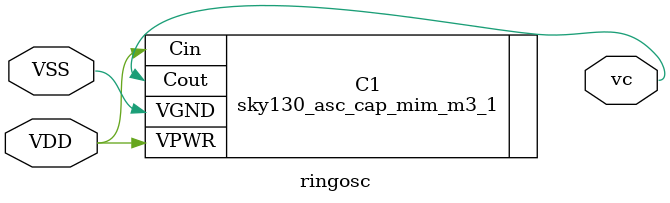
<source format=v>
/*
###############################################################
#  Generated by:      Cadence Innovus 20.13-s083_1
#  OS:                Linux x86_64(Host ID rice-503-20-north)
#  Generated on:      Fri May 20 16:54:02 2022
#  Design:            ringosc
#  Command:           saveNetlist -excludeLeafCell -flat -phys results/ringosc.lvs.v
###############################################################
*/
module ringosc (
	vc, 
	VSS, 
	VDD);
   output vc;
   inout VSS;
   inout VDD;

   // Internal wires
   wire VNW;
   wire VDDPST;
   wire POC;
   wire VDDCE;
   wire VDDPE;
   wire VPW;
   wire VSSPST;
   wire VSSE;

   // Module instantiations
   sky130_asc_cap_mim_m3_1 C1 (
	.Cin(VDD),
	.Cout(vc), 
	.VPWR(VDD), 
	.VGND(VSS));
endmodule


</source>
